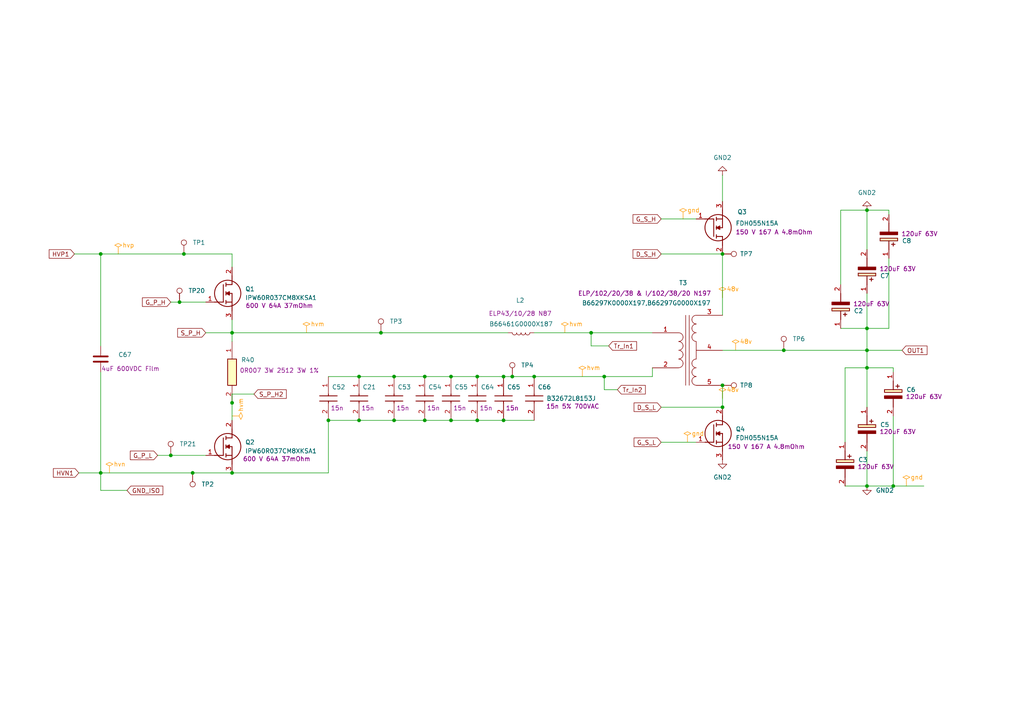
<source format=kicad_sch>
(kicad_sch (version 20250114) (generator "eeschema") (generator_version "9.0")
  (paper "A4")
  (lib_symbols
    (symbol "B32672L8153J:B32672L8153J" (pin_names (hide yes))
      (property "Reference" "C" (at 8.89 6.35 0))
      (property "Value" "B32672L8153J" (at 8.89 3.81 0))
      (symbol "B32672L8153J_1_1"
        (polyline (pts (xy 5.08 0) (xy 5.588 0)) (stroke (width 0.254)))
        (polyline (pts (xy 5.588 2.54) (xy 5.588 -2.54)) (stroke (width 0.254)))
        (polyline (pts (xy 7.112 2.54) (xy 7.112 -2.54)) (stroke (width 0.254)))
        (polyline (pts (xy 7.112 0) (xy 7.62 0)) (stroke (width 0.254)))
        (pin passive line (at 0 0 0) (length 5.08) (name "1") (number "1"))
        (pin passive line (at 12.7 0 180) (length 5.08) (name "2") (number "2"))
      )
    )
    (symbol "B40910A8127M000:B40910A8127M000" (pin_names (hide yes))
      (property "Reference" "C" (at 8.89 6.35 0))
      (property "Value" "B40910A8127M000" (at 8.89 3.81 0))
      (symbol "B40910A8127M000_1_1"
        (polyline (pts (xy 2.54 0) (xy 5.08 0)) (stroke (width 0.254)))
        (polyline (pts (xy 4.064 1.778) (xy 4.064 0.762)) (stroke (width 0.254)))
        (polyline (pts (xy 4.572 1.27) (xy 3.556 1.27)) (stroke (width 0.254)))
        (rectangle (start 5.08 2.54) (end 5.842 -2.54) (stroke (width 0.254)) (fill (type background)))
        (polyline (pts (xy 7.62 2.54) (xy 7.62 -2.54) (xy 6.858 -2.54) (xy 6.858 2.54) (xy 7.62 2.54)) (stroke (width 0.254)) (fill (type outline)))
        (polyline (pts (xy 7.62 0) (xy 10.16 0)) (stroke (width 0.254)))
        (pin passive line (at 0 0 0) (length 2.54) (name "+") (number "1"))
        (pin passive line (at 12.7 0 180) (length 2.54) (name "-") (number "2"))
      )
    )
    (symbol "Connector:TestPoint" (pin_numbers (hide yes)) (pin_names (offset 0.762) (hide yes))
      (property "Reference" "TP" (at 0 6.858 0))
      (property "Value" "TestPoint" (at 0 5.08 0))
      (symbol "TestPoint_0_1"
        (circle (center 0 3.302) (radius 0.762))
      )
      (symbol "TestPoint_1_1"
        (pin passive line (at 0 0 90) (length 2.54) (name "1") (number "1"))
      )
    )
    (symbol "Device:C" (pin_numbers (hide yes)) (pin_names (offset 0.254))
      (property "Reference" "C" (at 0.635 2.54 0))
      (property "Value" "C" (at 0.635 -2.54 0))
      (symbol "C_0_1"
        (polyline (pts (xy -2.032 0.762) (xy 2.032 0.762)) (stroke (width 0.508)))
        (polyline (pts (xy -2.032 -0.762) (xy 2.032 -0.762)) (stroke (width 0.508)))
      )
      (symbol "C_1_1"
        (pin passive line (at 0 3.81 270) (length 2.794) (name "~") (number "1"))
        (pin passive line (at 0 -3.81 90) (length 2.794) (name "~") (number "2"))
      )
    )
    (symbol "Device:L" (pin_numbers (hide yes)) (pin_names (offset 1.016) (hide yes))
      (property "Reference" "L" (at -1.27 0 90))
      (property "Value" "L" (at 1.905 0 90))
      (symbol "L_0_1"
        (arc (start 0 2.54) (mid 0.6323 1.905) (end 0 1.27))
        (arc (start 0 1.27) (mid 0.6323 0.635) (end 0 0))
        (arc (start 0 0) (mid 0.6323 -0.635) (end 0 -1.27))
        (arc (start 0 -1.27) (mid 0.6323 -1.905) (end 0 -2.54))
      )
      (symbol "L_1_1"
        (pin passive line (at 0 3.81 270) (length 1.27) (name "1") (number "1"))
        (pin passive line (at 0 -3.81 90) (length 1.27) (name "2") (number "2"))
      )
    )
    (symbol "FDH055N15A:FDH055N15A" (pin_names (hide yes))
      (property "Reference" "Q" (at 11.43 3.81 0))
      (property "Value" "FDH055N15A" (at 11.43 1.27 0))
      (symbol "FDH055N15A_1_1"
        (polyline (pts (xy 2.54 0) (xy 5.08 0)) (stroke (width 0.254)))
        (polyline (pts (xy 5.08 5.08) (xy 5.08 0)) (stroke (width 0.254)))
        (polyline (pts (xy 5.842 5.588) (xy 5.842 4.572)) (stroke (width 0.254)))
        (polyline (pts (xy 5.842 2.54) (xy 6.858 3.048) (xy 6.858 2.032) (xy 5.842 2.54)) (stroke (width 0.254)) (fill (type outline)))
        (polyline (pts (xy 5.842 2.032) (xy 5.842 3.048)) (stroke (width 0.254)))
        (polyline (pts (xy 5.842 0) (xy 7.62 0)) (stroke (width 0.254)))
        (polyline (pts (xy 5.842 -0.508) (xy 5.842 0.508)) (stroke (width 0.254)))
        (circle (center 6.35 2.54) (radius 3.81) (stroke (width 0.254)))
        (polyline (pts (xy 7.62 5.08) (xy 5.842 5.08)) (stroke (width 0.254)))
        (polyline (pts (xy 7.62 5.08) (xy 7.62 7.62)) (stroke (width 0.254)))
        (polyline (pts (xy 7.62 2.54) (xy 5.842 2.54)) (stroke (width 0.254)))
        (polyline (pts (xy 7.62 2.54) (xy 7.62 -2.54)) (stroke (width 0.254)))
        (pin passive line (at 0 0 0) (length 2.54) (name "G") (number "1"))
        (pin passive line (at 7.62 10.16 270) (length 2.54) (name "D") (number "2"))
        (pin passive line (at 7.62 -5.08 90) (length 2.54) (name "S") (number "3"))
      )
    )
    (symbol "IPW60R037CM8XKSA1:IPW60R037CM8XKSA1" (pin_names (hide yes))
      (property "Reference" "Q" (at 11.43 3.81 0))
      (property "Value" "IPW60R037CM8XKSA1" (at 11.43 1.27 0))
      (symbol "IPW60R037CM8XKSA1_1_1"
        (polyline (pts (xy 2.54 0) (xy 5.08 0)) (stroke (width 0.254)))
        (polyline (pts (xy 5.08 5.08) (xy 5.08 0)) (stroke (width 0.254)))
        (polyline (pts (xy 5.842 5.588) (xy 5.842 4.572)) (stroke (width 0.254)))
        (polyline (pts (xy 5.842 2.54) (xy 6.858 3.048) (xy 6.858 2.032) (xy 5.842 2.54)) (stroke (width 0.254)) (fill (type outline)))
        (polyline (pts (xy 5.842 2.032) (xy 5.842 3.048)) (stroke (width 0.254)))
        (polyline (pts (xy 5.842 0) (xy 7.62 0)) (stroke (width 0.254)))
        (polyline (pts (xy 5.842 -0.508) (xy 5.842 0.508)) (stroke (width 0.254)))
        (circle (center 6.35 2.54) (radius 3.81) (stroke (width 0.254)))
        (polyline (pts (xy 7.62 5.08) (xy 5.842 5.08)) (stroke (width 0.254)))
        (polyline (pts (xy 7.62 5.08) (xy 7.62 7.62)) (stroke (width 0.254)))
        (polyline (pts (xy 7.62 2.54) (xy 5.842 2.54)) (stroke (width 0.254)))
        (polyline (pts (xy 7.62 2.54) (xy 7.62 -2.54)) (stroke (width 0.254)))
        (pin passive line (at 0 0 0) (length 2.54) (name "G") (number "1"))
        (pin passive line (at 7.62 10.16 270) (length 2.54) (name "D") (number "2"))
        (pin passive line (at 7.62 -5.08 90) (length 2.54) (name "S") (number "3"))
      )
    )
    (symbol "LRMAP2512-R007FT4:LRMAP2512-R007FT4" (pin_names (hide yes))
      (property "Reference" "R" (at 13.97 6.35 0))
      (property "Value" "LRMAP2512-R007FT4" (at 13.97 3.81 0))
      (symbol "LRMAP2512-R007FT4_1_1"
        (rectangle (start 5.08 1.27) (end 12.7 -1.27) (stroke (width 0.254)) (fill (type background)))
        (pin passive line (at 0 0 0) (length 5.08) (name "1") (number "1"))
        (pin passive line (at 17.78 0 180) (length 5.08) (name "2") (number "2"))
      )
    )
    (symbol "New_Library:Transformer_LLC" (pin_names (offset 1.016) (hide yes))
      (property "Reference" "T" (at 0 12.7 0))
      (property "Value" "Transformer_LLC" (at 0 -12.7 0))
      (symbol "Transformer_LLC_0_1"
        (arc (start -1.27 3.81) (mid -1.656 2.9336) (end -2.54 2.5654))
        (arc (start -1.27 1.27) (mid -1.656 0.3936) (end -2.54 0.0254))
        (arc (start -1.27 -1.27) (mid -1.656 -2.1464) (end -2.54 -2.5146))
        (arc (start -1.27 -3.81) (mid -1.656 -4.6864) (end -2.54 -5.0546))
        (arc (start -2.54 5.08) (mid -1.642 4.708) (end -1.27 3.81))
        (arc (start -2.54 2.54) (mid -1.642 2.168) (end -1.27 1.27))
        (arc (start -2.54 0) (mid -1.642 -0.372) (end -1.27 -1.27))
        (arc (start -2.54 -2.54) (mid -1.642 -2.912) (end -1.27 -3.81))
        (polyline (pts (xy -0.508 -10.16) (xy -0.508 10.16)))
        (polyline (pts (xy 0.508 10.16) (xy 0.508 -10.16)))
        (arc (start 1.2954 8.89) (mid 1.6457 9.7917) (end 2.54 10.16))
        (arc (start 1.2954 6.35) (mid 1.6457 7.2517) (end 2.54 7.62))
        (arc (start 1.2954 3.81) (mid 1.6457 4.7117) (end 2.54 5.08))
        (arc (start 1.2954 -3.81) (mid 1.6457 -2.9083) (end 2.54 -2.54))
        (arc (start 1.2954 -6.35) (mid 1.6457 -5.4483) (end 2.54 -5.08))
        (arc (start 1.2954 -8.89) (mid 1.6457 -7.9883) (end 2.54 -7.62))
        (arc (start 2.54 7.6454) (mid 1.6599 8.0099) (end 1.2954 8.89))
        (arc (start 2.54 5.1054) (mid 1.6599 5.4699) (end 1.2954 6.35))
        (arc (start 2.54 2.5654) (mid 1.6599 2.9299) (end 1.2954 3.81))
        (polyline (pts (xy 2.54 2.54) (xy 2.54 -2.54)))
        (arc (start 2.54 -5.0546) (mid 1.6599 -4.6901) (end 1.2954 -3.81))
        (arc (start 2.54 -7.5946) (mid 1.6599 -7.2301) (end 1.2954 -6.35))
        (arc (start 2.54 -10.1346) (mid 1.6599 -9.7701) (end 1.2954 -8.89))
      )
      (symbol "Transformer_LLC_1_1"
        (pin passive line (at -10.16 5.08 0) (length 7.62) (name "AA") (number "1"))
        (pin passive line (at -10.16 -5.08 0) (length 7.62) (name "AB") (number "2"))
        (pin passive line (at 10.16 10.16 180) (length 7.62) (name "SA") (number "3"))
        (pin passive line (at 10.16 0 180) (length 7.62) (name "SC") (number "4"))
        (pin passive line (at 10.16 -10.16 180) (length 7.62) (name "SD") (number "5"))
      )
    )
    (symbol "power:GND2" (power) (pin_numbers (hide yes)) (pin_names (offset 0) (hide yes))
      (property "Value" "GND2" (at 0 -3.81 0))
      (symbol "GND2_0_1"
        (polyline (pts (xy 0 0) (xy 0 -1.27) (xy 1.27 -1.27) (xy 0 -2.54) (xy -1.27 -1.27) (xy 0 -1.27)))
      )
      (symbol "GND2_1_1"
        (pin power_in line (at 0 0 270) (length 0) (name "~") (number "1"))
      )
    )
  )
  (junction (at 209.55 73.66))
  (junction (at 171.45 96.52))
  (junction (at 251.46 106.68))
  (junction (at 227.33 101.6))
  (junction (at 52.07 87.63))
  (junction (at 29.21 137.16))
  (junction (at 259.08 140.97))
  (junction (at 146.05 121.92))
  (junction (at 110.49 96.52))
  (junction (at 209.55 118.11))
  (junction (at 251.46 140.97))
  (junction (at 148.59 109.22))
  (junction (at 138.43 121.92))
  (junction (at 175.26 109.22))
  (junction (at 29.21 73.66))
  (junction (at 138.43 109.22))
  (junction (at 49.53 132.08))
  (junction (at 154.94 109.22))
  (junction (at 123.19 121.92))
  (junction (at 130.81 121.92))
  (junction (at 114.3 121.92))
  (junction (at 251.46 101.6))
  (junction (at 146.05 109.22))
  (junction (at 53.34 73.66))
  (junction (at 104.14 109.22))
  (junction (at 251.46 95.25))
  (junction (at 95.25 121.92))
  (junction (at 130.81 109.22))
  (junction (at 251.46 60.96))
  (junction (at 104.14 121.92))
  (junction (at 55.88 137.16))
  (junction (at 67.31 116.84))
  (junction (at 67.31 96.52))
  (junction (at 114.3 109.22))
  (junction (at 67.31 137.16))
  (junction (at 209.55 111.76))
  (junction (at 123.19 109.22))
  (wire (pts (xy 191.77 63.5) (xy 201.93 63.5)))
  (wire (pts (xy 29.21 73.66) (xy 29.21 100.33)))
  (wire (pts (xy 209.55 50.8) (xy 209.55 58.42)))
  (wire (pts (xy 251.46 140.97) (xy 245.11 140.97)))
  (wire (pts (xy 67.31 116.84) (xy 67.31 121.92)))
  (wire (pts (xy 179.07 113.03) (xy 175.26 113.03)))
  (wire (pts (xy 191.77 73.66) (xy 209.55 73.66)))
  (wire (pts (xy 130.81 109.22) (xy 138.43 109.22)))
  (wire (pts (xy 191.77 128.27) (xy 201.93 128.27)))
  (wire (pts (xy 67.31 73.66) (xy 53.34 73.66)))
  (wire (pts (xy 67.31 96.52) (xy 110.49 96.52)))
  (wire (pts (xy 104.14 121.92) (xy 114.3 121.92)))
  (wire (pts (xy 148.59 109.22) (xy 154.94 109.22)))
  (wire (pts (xy 245.11 106.68) (xy 245.11 128.27)))
  (wire (pts (xy 95.25 137.16) (xy 67.31 137.16)))
  (wire (pts (xy 114.3 109.22) (xy 123.19 109.22)))
  (wire (pts (xy 171.45 96.52) (xy 189.23 96.52)))
  (wire (pts (xy 59.69 96.52) (xy 67.31 96.52)))
  (wire (pts (xy 257.81 95.25) (xy 251.46 95.25)))
  (wire (pts (xy 104.14 109.22) (xy 114.3 109.22)))
  (wire (pts (xy 52.07 87.63) (xy 59.69 87.63)))
  (wire (pts (xy 251.46 101.6) (xy 261.62 101.6)))
  (wire (pts (xy 251.46 85.09) (xy 251.46 95.25)))
  (wire (pts (xy 45.72 132.08) (xy 49.53 132.08)))
  (wire (pts (xy 259.08 140.97) (xy 267.97 140.97)))
  (wire (pts (xy 154.94 96.52) (xy 171.45 96.52)))
  (wire (pts (xy 259.08 106.68) (xy 259.08 107.95)))
  (wire (pts (xy 123.19 121.92) (xy 130.81 121.92)))
  (wire (pts (xy 114.3 121.92) (xy 123.19 121.92)))
  (wire (pts (xy 175.26 109.22) (xy 189.23 109.22)))
  (wire (pts (xy 257.81 74.93) (xy 257.81 95.25)))
  (wire (pts (xy 95.25 109.22) (xy 104.14 109.22)))
  (wire (pts (xy 29.21 107.95) (xy 29.21 137.16)))
  (wire (pts (xy 251.46 130.81) (xy 251.46 140.97)))
  (wire (pts (xy 29.21 142.24) (xy 36.83 142.24)))
  (wire (pts (xy 227.33 101.6) (xy 251.46 101.6)))
  (wire (pts (xy 154.94 109.22) (xy 175.26 109.22)))
  (wire (pts (xy 251.46 101.6) (xy 251.46 106.68)))
  (wire (pts (xy 176.53 100.33) (xy 171.45 100.33)))
  (wire (pts (xy 251.46 95.25) (xy 251.46 101.6)))
  (wire (pts (xy 67.31 73.66) (xy 67.31 77.47)))
  (wire (pts (xy 67.31 92.71) (xy 67.31 96.52)))
  (wire (pts (xy 29.21 137.16) (xy 55.88 137.16)))
  (wire (pts (xy 259.08 140.97) (xy 251.46 140.97)))
  (wire (pts (xy 22.86 137.16) (xy 29.21 137.16)))
  (wire (pts (xy 189.23 109.22) (xy 189.23 106.68)))
  (wire (pts (xy 138.43 121.92) (xy 146.05 121.92)))
  (wire (pts (xy 49.53 87.63) (xy 52.07 87.63)))
  (wire (pts (xy 191.77 118.11) (xy 209.55 118.11)))
  (wire (pts (xy 29.21 73.66) (xy 53.34 73.66)))
  (wire (pts (xy 146.05 121.92) (xy 154.94 121.92)))
  (wire (pts (xy 257.81 60.96) (xy 251.46 60.96)))
  (wire (pts (xy 67.31 114.3) (xy 67.31 116.84)))
  (wire (pts (xy 251.46 60.96) (xy 243.84 60.96)))
  (wire (pts (xy 243.84 60.96) (xy 243.84 82.55)))
  (wire (pts (xy 251.46 106.68) (xy 251.46 118.11)))
  (wire (pts (xy 251.46 95.25) (xy 243.84 95.25)))
  (wire (pts (xy 49.53 132.08) (xy 59.69 132.08)))
  (wire (pts (xy 29.21 137.16) (xy 29.21 142.24)))
  (wire (pts (xy 257.81 60.96) (xy 257.81 62.23)))
  (wire (pts (xy 21.59 73.66) (xy 29.21 73.66)))
  (wire (pts (xy 95.25 121.92) (xy 95.25 137.16)))
  (wire (pts (xy 110.49 96.52) (xy 147.32 96.52)))
  (wire (pts (xy 209.55 73.66) (xy 209.55 91.44)))
  (wire (pts (xy 259.08 120.65) (xy 259.08 140.97)))
  (wire (pts (xy 251.46 106.68) (xy 245.11 106.68)))
  (wire (pts (xy 55.88 137.16) (xy 67.31 137.16)))
  (wire (pts (xy 251.46 60.96) (xy 251.46 72.39)))
  (wire (pts (xy 209.55 101.6) (xy 227.33 101.6)))
  (wire (pts (xy 95.25 121.92) (xy 104.14 121.92)))
  (wire (pts (xy 146.05 109.22) (xy 148.59 109.22)))
  (wire (pts (xy 209.55 111.76) (xy 209.55 118.11)))
  (wire (pts (xy 171.45 100.33) (xy 171.45 96.52)))
  (wire (pts (xy 175.26 113.03) (xy 175.26 109.22)))
  (wire (pts (xy 73.66 114.3) (xy 67.31 114.3)))
  (wire (pts (xy 123.19 109.22) (xy 130.81 109.22)))
  (wire (pts (xy 259.08 106.68) (xy 251.46 106.68)))
  (wire (pts (xy 67.31 96.52) (xy 67.31 99.06)))
  (wire (pts (xy 130.81 121.92) (xy 138.43 121.92)))
  (wire (pts (xy 138.43 109.22) (xy 146.05 109.22)))
  (global_label "Tr_In2" (shape input) (at 179.07 113.03 0) (property "Intersheetrefs" "${INTERSHEET_REFS}" (effects (hide yes))))
  (global_label "D_S_L" (shape input) (at 191.77 118.11 180) (property "Intersheetrefs" "${INTERSHEET_REFS}" (effects (hide yes))))
  (global_label "G_S_H" (shape input) (at 191.77 63.5 180) (property "Intersheetrefs" "${INTERSHEET_REFS}" (effects (hide yes))))
  (global_label "G_P_H" (shape input) (at 49.53 87.63 180) (property "Intersheetrefs" "${INTERSHEET_REFS}" (effects (hide yes))))
  (global_label "G_P_L" (shape input) (at 45.72 132.08 180) (property "Intersheetrefs" "${INTERSHEET_REFS}" (effects (hide yes))))
  (global_label "S_P_H2" (shape input) (at 73.66 114.3 0) (property "Intersheetrefs" "${INTERSHEET_REFS}" (effects (hide yes))))
  (global_label "HVN1" (shape input) (at 22.86 137.16 180) (property "Intersheetrefs" "${INTERSHEET_REFS}" (effects (hide yes))))
  (global_label "D_S_H" (shape input) (at 191.77 73.66 180) (property "Intersheetrefs" "${INTERSHEET_REFS}" (effects (hide yes))))
  (global_label "G_S_L" (shape input) (at 191.77 128.27 180) (property "Intersheetrefs" "${INTERSHEET_REFS}" (effects (hide yes))))
  (global_label "GND_ISO" (shape input) (at 36.83 142.24 0) (property "Intersheetrefs" "${INTERSHEET_REFS}" (effects (hide yes))))
  (global_label "OUT1" (shape input) (at 261.62 101.6 0) (property "Intersheetrefs" "${INTERSHEET_REFS}" (effects (hide yes))))
  (global_label "Tr_In1" (shape input) (at 176.53 100.33 0) (property "Intersheetrefs" "${INTERSHEET_REFS}" (effects (hide yes))))
  (global_label "HVP1" (shape input) (at 21.59 73.66 180) (property "Intersheetrefs" "${INTERSHEET_REFS}" (effects (hide yes))))
  (global_label "S_P_H" (shape input) (at 59.69 96.52 180) (property "Intersheetrefs" "${INTERSHEET_REFS}" (effects (hide yes))))
  (netclass_flag "" (length 2.54) (shape diamond) (at 67.31 120.65 270) (property "Netclass" "hvm" (at 69.85 119.4435 90) (effects (justify left))))
  (netclass_flag "" (length 2.54) (shape diamond) (at 34.29 73.66 0) (property "Netclass" "hvp" (at 35.4965 71.12 0) (effects (justify left))))
  (netclass_flag "" (length 2.54) (shape diamond) (at 209.55 86.36 0) (property "Netclass" "48v" (at 210.7565 83.82 0) (effects (justify left))))
  (netclass_flag "" (length 2.54) (shape diamond) (at 199.39 128.27 0) (property "Netclass" "gnd" (at 200.5965 125.73 0) (effects (justify left))))
  (netclass_flag "" (length 2.54) (shape diamond) (at 198.12 63.5 0) (property "Netclass" "gnd" (at 199.3265 60.96 0) (effects (justify left))))
  (netclass_flag "" (length 2.54) (shape diamond) (at 31.75 137.16 0) (property "Netclass" "hvn" (at 32.9565 134.62 0) (effects (justify left))))
  (netclass_flag "" (length 2.54) (shape diamond) (at 262.89 140.97 0) (property "Netclass" "gnd" (at 264.0965 138.43 0) (effects (justify left))))
  (netclass_flag "" (length 2.54) (shape diamond) (at 213.36 101.6 0) (property "Netclass" "48v" (at 214.5665 99.06 0) (effects (justify left))))
  (netclass_flag "" (length 2.54) (shape diamond) (at 163.83 96.52 0) (property "Netclass" "hvm" (at 165.0365 93.98 0) (effects (justify left))))
  (netclass_flag "" (length 2.54) (shape diamond) (at 88.9 96.52 0) (property "Netclass" "hvm" (at 90.1065 93.98 0) (effects (justify left))))
  (netclass_flag "" (length 2.54) (shape diamond) (at 209.55 115.57 0) (property "Netclass" "48v" (at 210.7565 113.03 0) (effects (justify left))))
  (netclass_flag "" (length 2.54) (shape diamond) (at 168.91 109.22 0) (property "Netclass" "hvm" (at 170.1165 106.68 0) (effects (justify left))))
  (symbol (lib_id "B40910A8127M000:B40910A8127M000") (at 243.84 95.25 270) (mirror x) (unit 1)
    (property "Reference" "C2" (at 247.65 90.1701 90) (effects (justify left)))
    (property "Value" "B40910A8127M000" (effects (hide yes)))
    (property "Footprint" "B40910A8127M000:B40910A8127M000" (effects (hide yes)))
    (property "Datasheet" "https://product.tdk.com/system/files/dam/doc/product/capacitor/aluminum-electrolytic/hybrid-polymer/data_sheet/20/30/db/aec/b40910.pdf" (effects (hide yes)))
    (property "Description" "120uF 63V" (at 252.73 88.138 90))
    (property "Height" "12.8" (effects (hide yes)))
    (property "Mouser Part Number" "871-B40910A8127M000" (effects (hide yes)))
    (property "Manufacturer_Name" "TDK" (effects (hide yes)))
    (property "Manufacturer_Part_Number" "B40910A8127M000" (effects (hide yes)))
    (property "FirstOrderDone" "yes" (effects (hide yes)))
  )
  (symbol (lib_id "B32672L8153J:B32672L8153J") (at 123.19 109.22 270) (unit 1)
    (property "Reference" "C54" (at 124.206 112.268 90) (effects (justify left)))
    (property "Value" "B32672L8153J" (effects (hide yes)))
    (property "Footprint" "B32672L8153J000:CAPRR1500W80L1800T850H1450" (effects (hide yes)))
    (property "Datasheet" "https://product.tdk.com/system/files/dam/doc/product/capacitor/film/mkp_mfp/data_sheet/20/20/db/fc_2009/mkp_b32671l_672l.pdf" (effects (hide yes)))
    (property "Description" "15n 5% 700VAC" (effects (hide yes)))
    (property "Height" "14.5" (effects (hide yes)))
    (property "Mouser Part Number" "871-B32672L8153J" (effects (hide yes)))
    (property "Mouser Price/Stock" "https://www.mouser.co.uk/ProductDetail/EPCOS-TDK/B32672L8153J?qs=CsdphVCLJRjPN7YH24ATpg%3D%3D" (effects (hide yes)))
    (property "Manufacturer_Name" "TDK" (effects (hide yes)))
    (property "Manufacturer_Part_Number" "B32672L8153J" (effects (hide yes)))
    (property "FirstOrderDone" "yes" (effects (hide yes)))
    (property "Field11" "15n" (at 125.73 118.364 90))
  )
  (symbol (lib_id "power:GND2") (at 209.55 133.35 0) (unit 1)
    (property "Reference" "#PWR010" (effects (hide yes)))
    (property "Value" "GND2" (at 209.55 138.43 0))
    (property "Description" "Power symbol creates a global label with name \"GND2\" , ground" (effects (hide yes)))
  )
  (symbol (lib_id "B40910A8127M000:B40910A8127M000") (at 259.08 107.95 270) (unit 1)
    (property "Reference" "C6" (at 262.89 113.0299 90) (effects (justify left)))
    (property "Value" "B40910A8127M000" (effects (hide yes)))
    (property "Footprint" "B40910A8127M000:B40910A8127M000" (effects (hide yes)))
    (property "Datasheet" "https://product.tdk.com/system/files/dam/doc/product/capacitor/aluminum-electrolytic/hybrid-polymer/data_sheet/20/30/db/aec/b40910.pdf" (effects (hide yes)))
    (property "Description" "120uF 63V" (at 267.97 115.062 90))
    (property "Height" "12.8" (effects (hide yes)))
    (property "Mouser Part Number" "871-B40910A8127M000" (effects (hide yes)))
    (property "Manufacturer_Name" "TDK" (effects (hide yes)))
    (property "Manufacturer_Part_Number" "B40910A8127M000" (effects (hide yes)))
    (property "FirstOrderDone" "yes" (effects (hide yes)))
  )
  (symbol (lib_id "Connector:TestPoint") (at 209.55 111.76 270) (unit 1)
    (property "Reference" "TP8" (at 214.63 111.7599 90) (effects (justify left)))
    (property "Value" "TestPoint" (effects (hide yes)))
    (property "Footprint" "TestPoint:TestPoint_Pad_D1.0mm" (effects (hide yes)))
    (property "Description" "test point" (effects (hide yes)))
  )
  (symbol (lib_id "Connector:TestPoint") (at 227.33 101.6 0) (unit 1)
    (property "Reference" "TP6" (at 229.87 98.2979 0) (effects (justify left)))
    (property "Value" "TestPoint" (effects (hide yes)))
    (property "Footprint" "TestPoint:TestPoint_Pad_D1.0mm" (effects (hide yes)))
    (property "Description" "test point" (effects (hide yes)))
  )
  (symbol (lib_id "Connector:TestPoint") (at 49.53 132.08 0) (unit 1)
    (property "Reference" "TP21" (at 52.07 128.7779 0) (effects (justify left)))
    (property "Value" "TestPoint" (effects (hide yes)))
    (property "Footprint" "TestPoint:TestPoint_Pad_D1.0mm" (effects (hide yes)))
    (property "Description" "test point" (effects (hide yes)))
  )
  (symbol (lib_id "Connector:TestPoint") (at 148.59 109.22 0) (unit 1)
    (property "Reference" "TP4" (at 151.13 105.9179 0) (effects (justify left)))
    (property "Value" "TestPoint" (effects (hide yes)))
    (property "Footprint" "TestPoint:TestPoint_Pad_D1.0mm" (effects (hide yes)))
    (property "Description" "test point" (effects (hide yes)))
  )
  (symbol (lib_id "B32672L8153J:B32672L8153J") (at 154.94 109.22 270) (unit 1)
    (property "Reference" "C66" (at 155.956 112.268 90) (effects (justify left)))
    (property "Value" "B32672L8153J" (at 158.496 115.57 90) (effects (justify left)))
    (property "Footprint" "B32672L8153J000:CAPRR1500W80L1800T850H1450" (effects (hide yes)))
    (property "Datasheet" "https://product.tdk.com/system/files/dam/doc/product/capacitor/film/mkp_mfp/data_sheet/20/20/db/fc_2009/mkp_b32671l_672l.pdf" (effects (hide yes)))
    (property "Description" "15n 5% 700VAC" (at 166.116 117.856 90))
    (property "Height" "14.5" (effects (hide yes)))
    (property "Mouser Part Number" "871-B32672L8153J" (effects (hide yes)))
    (property "Mouser Price/Stock" "https://www.mouser.co.uk/ProductDetail/EPCOS-TDK/B32672L8153J?qs=CsdphVCLJRjPN7YH24ATpg%3D%3D" (effects (hide yes)))
    (property "Manufacturer_Name" "TDK" (effects (hide yes)))
    (property "Manufacturer_Part_Number" "B32672L8153J" (effects (hide yes)))
    (property "FirstOrderDone" "yes" (effects (hide yes)))
    (property "Field11" "15n" (effects (hide yes)))
  )
  (symbol (lib_id "LRMAP2512-R007FT4:LRMAP2512-R007FT4") (at 67.31 99.06 270) (unit 1)
    (property "Reference" "R40" (at 71.882 104.394 90))
    (property "Value" "LRMAP2512-R007FT4" (effects (hide yes)))
    (property "Footprint" "LRMAP2512-R007FT4:RESC6432X90N" (effects (hide yes)))
    (property "Datasheet" "https://ms.componentsearchengine.com/Datasheets/1/LRMAP2512-R007FT4.pdf" (effects (hide yes)))
    (property "Description" "0R007 3W 2512 3W 1%" (at 81.026 107.442 90))
    (property "Height" "0.9" (effects (hide yes)))
    (property "Mouser Part Number" "756-LRMAP2512R007FT4" (effects (hide yes)))
    (property "Mouser Price/Stock" "https://www.mouser.co.uk/ProductDetail/Welwyn-Components-TT-Electronics/LRMAP2512-R007FT4?qs=GbEj%2Fc2lfndAsEUYgCINUQ%3D%3D" (effects (hide yes)))
    (property "Manufacturer_Name" "TT Electronics" (effects (hide yes)))
    (property "Manufacturer_Part_Number" "LRMAP2512-R007FT4" (effects (hide yes)))
  )
  (symbol (lib_id "B32672L8153J:B32672L8153J") (at 130.81 109.22 270) (unit 1)
    (property "Reference" "C55" (at 131.826 112.268 90) (effects (justify left)))
    (property "Value" "B32672L8153J" (effects (hide yes)))
    (property "Footprint" "B32672L8153J000:CAPRR1500W80L1800T850H1450" (effects (hide yes)))
    (property "Datasheet" "https://product.tdk.com/system/files/dam/doc/product/capacitor/film/mkp_mfp/data_sheet/20/20/db/fc_2009/mkp_b32671l_672l.pdf" (effects (hide yes)))
    (property "Description" "15n 5% 700VAC" (effects (hide yes)))
    (property "Height" "14.5" (effects (hide yes)))
    (property "Mouser Part Number" "871-B32672L8153J" (effects (hide yes)))
    (property "Mouser Price/Stock" "https://www.mouser.co.uk/ProductDetail/EPCOS-TDK/B32672L8153J?qs=CsdphVCLJRjPN7YH24ATpg%3D%3D" (effects (hide yes)))
    (property "Manufacturer_Name" "TDK" (effects (hide yes)))
    (property "Manufacturer_Part_Number" "B32672L8153J" (effects (hide yes)))
    (property "FirstOrderDone" "yes" (effects (hide yes)))
    (property "Field11" "15n" (at 133.35 118.364 90))
  )
  (symbol (lib_id "B32672L8153J:B32672L8153J") (at 114.3 109.22 270) (unit 1)
    (property "Reference" "C53" (at 115.316 112.268 90) (effects (justify left)))
    (property "Value" "B32672L8153J" (effects (hide yes)))
    (property "Footprint" "B32672L8153J000:CAPRR1500W80L1800T850H1450" (effects (hide yes)))
    (property "Datasheet" "https://product.tdk.com/system/files/dam/doc/product/capacitor/film/mkp_mfp/data_sheet/20/20/db/fc_2009/mkp_b32671l_672l.pdf" (effects (hide yes)))
    (property "Description" "15n 5% 700VAC" (effects (hide yes)))
    (property "Height" "14.5" (effects (hide yes)))
    (property "Mouser Part Number" "871-B32672L8153J" (effects (hide yes)))
    (property "Mouser Price/Stock" "https://www.mouser.co.uk/ProductDetail/EPCOS-TDK/B32672L8153J?qs=CsdphVCLJRjPN7YH24ATpg%3D%3D" (effects (hide yes)))
    (property "Manufacturer_Name" "TDK" (effects (hide yes)))
    (property "Manufacturer_Part_Number" "B32672L8153J" (effects (hide yes)))
    (property "FirstOrderDone" "yes" (effects (hide yes)))
    (property "Field11" "15n" (at 116.84 118.364 90))
  )
  (symbol (lib_id "B32672L8153J:B32672L8153J") (at 146.05 109.22 270) (unit 1)
    (property "Reference" "C65" (at 147.066 112.268 90) (effects (justify left)))
    (property "Value" "B32672L8153J" (effects (hide yes)))
    (property "Footprint" "B32672L8153J000:CAPRR1500W80L1800T850H1450" (effects (hide yes)))
    (property "Datasheet" "https://product.tdk.com/system/files/dam/doc/product/capacitor/film/mkp_mfp/data_sheet/20/20/db/fc_2009/mkp_b32671l_672l.pdf" (effects (hide yes)))
    (property "Description" "15n 5% 700VAC" (effects (hide yes)))
    (property "Height" "14.5" (effects (hide yes)))
    (property "Mouser Part Number" "871-B32672L8153J" (effects (hide yes)))
    (property "Mouser Price/Stock" "https://www.mouser.co.uk/ProductDetail/EPCOS-TDK/B32672L8153J?qs=CsdphVCLJRjPN7YH24ATpg%3D%3D" (effects (hide yes)))
    (property "Manufacturer_Name" "TDK" (effects (hide yes)))
    (property "Manufacturer_Part_Number" "B32672L8153J" (effects (hide yes)))
    (property "FirstOrderDone" "yes" (effects (hide yes)))
    (property "Field11" "15n" (at 148.59 118.364 90))
  )
  (symbol (lib_id "New_Library:Transformer_LLC") (at 199.39 101.6 0) (unit 1)
    (property "Reference" "T3" (at 198.12 82.042 0))
    (property "Value" "B66297K0000X197,B66297G0000X197" (at 187.452 87.884 0))
    (property "Footprint" "New_Linrary:ELP_102_20_38_V6" (effects (hide yes)))
    (property "Datasheet" "https://www.tdk-electronics.tdk.com/inf/80/db/fer/elp_64_10_50.pdf" (effects (hide yes)))
    (property "Description" "ELP/102/20/38 & I/102/38/20 N197" (at 186.944 85.09 0))
    (property "Mouser Part Number" "871-B66297KX197,871-B66297GX197" (effects (hide yes)))
    (property "Manufacturer_Name  " "EPCOS / TDK" (effects (hide yes)))
    (property "Manufacturer_Part_Number " "B66297K0000X197,B66297G0000X197" (effects (hide yes)))
    (property "FirstOrderDone" "yes" (effects (hide yes)))
  )
  (symbol (lib_id "power:GND2") (at 251.46 60.96 180) (unit 1)
    (property "Reference" "#PWR049" (effects (hide yes)))
    (property "Value" "GND2" (at 251.46 55.88 0))
    (property "Description" "Power symbol creates a global label with name \"GND2\" , ground" (effects (hide yes)))
  )
  (symbol (lib_id "B32672L8153J:B32672L8153J") (at 95.25 109.22 270) (unit 1)
    (property "Reference" "C52" (at 96.266 112.268 90) (effects (justify left)))
    (property "Value" "B32672L8153J" (effects (hide yes)))
    (property "Footprint" "B32672L8153J000:CAPRR1500W80L1800T850H1450" (effects (hide yes)))
    (property "Datasheet" "https://product.tdk.com/system/files/dam/doc/product/capacitor/film/mkp_mfp/data_sheet/20/20/db/fc_2009/mkp_b32671l_672l.pdf" (effects (hide yes)))
    (property "Description" "15n 5% 700VAC" (effects (hide yes)))
    (property "Height" "14.5" (effects (hide yes)))
    (property "Mouser Part Number" "871-B32672L8153J" (effects (hide yes)))
    (property "Mouser Price/Stock" "https://www.mouser.co.uk/ProductDetail/EPCOS-TDK/B32672L8153J?qs=CsdphVCLJRjPN7YH24ATpg%3D%3D" (effects (hide yes)))
    (property "Manufacturer_Name" "TDK" (effects (hide yes)))
    (property "Manufacturer_Part_Number" "B32672L8153J" (effects (hide yes)))
    (property "FirstOrderDone" "yes" (effects (hide yes)))
    (property "Field11" "15n" (at 97.79 118.364 90))
  )
  (symbol (lib_id "B32672L8153J:B32672L8153J") (at 104.14 109.22 270) (unit 1)
    (property "Reference" "C21" (at 105.156 112.268 90) (effects (justify left)))
    (property "Value" "B32672L8153J" (effects (hide yes)))
    (property "Footprint" "B32672L8153J000:CAPRR1500W80L1800T850H1450" (effects (hide yes)))
    (property "Datasheet" "https://product.tdk.com/system/files/dam/doc/product/capacitor/film/mkp_mfp/data_sheet/20/20/db/fc_2009/mkp_b32671l_672l.pdf" (effects (hide yes)))
    (property "Description" "15n 5% 700VAC" (effects (hide yes)))
    (property "Height" "14.5" (effects (hide yes)))
    (property "Mouser Part Number" "871-B32672L8153J" (effects (hide yes)))
    (property "Mouser Price/Stock" "https://www.mouser.co.uk/ProductDetail/EPCOS-TDK/B32672L8153J?qs=CsdphVCLJRjPN7YH24ATpg%3D%3D" (effects (hide yes)))
    (property "Manufacturer_Name" "TDK" (effects (hide yes)))
    (property "Manufacturer_Part_Number" "B32672L8153J" (effects (hide yes)))
    (property "FirstOrderDone" "yes" (effects (hide yes)))
    (property "Field11" "15n" (at 106.68 118.364 90))
  )
  (symbol (lib_id "B32672L8153J:B32672L8153J") (at 138.43 109.22 270) (unit 1)
    (property "Reference" "C64" (at 139.446 112.268 90) (effects (justify left)))
    (property "Value" "B32672L8153J" (effects (hide yes)))
    (property "Footprint" "B32672L8153J000:CAPRR1500W80L1800T850H1450" (effects (hide yes)))
    (property "Datasheet" "https://product.tdk.com/system/files/dam/doc/product/capacitor/film/mkp_mfp/data_sheet/20/20/db/fc_2009/mkp_b32671l_672l.pdf" (effects (hide yes)))
    (property "Description" "15n 5% 700VAC" (effects (hide yes)))
    (property "Height" "14.5" (effects (hide yes)))
    (property "Mouser Part Number" "871-B32672L8153J" (effects (hide yes)))
    (property "Mouser Price/Stock" "https://www.mouser.co.uk/ProductDetail/EPCOS-TDK/B32672L8153J?qs=CsdphVCLJRjPN7YH24ATpg%3D%3D" (effects (hide yes)))
    (property "Manufacturer_Name" "TDK" (effects (hide yes)))
    (property "Manufacturer_Part_Number" "B32672L8153J" (effects (hide yes)))
    (property "FirstOrderDone" "yes" (effects (hide yes)))
    (property "Field11" "15n" (at 140.97 118.364 90))
  )
  (symbol (lib_id "B40910A8127M000:B40910A8127M000") (at 257.81 74.93 270) (mirror x) (unit 1)
    (property "Reference" "C8" (at 261.62 69.8501 90) (effects (justify left)))
    (property "Value" "B40910A8127M000" (effects (hide yes)))
    (property "Footprint" "B40910A8127M000:B40910A8127M000" (effects (hide yes)))
    (property "Datasheet" "https://product.tdk.com/system/files/dam/doc/product/capacitor/aluminum-electrolytic/hybrid-polymer/data_sheet/20/30/db/aec/b40910.pdf" (effects (hide yes)))
    (property "Description" "120uF 63V" (at 266.7 67.818 90))
    (property "Height" "12.8" (effects (hide yes)))
    (property "Mouser Part Number" "871-B40910A8127M000" (effects (hide yes)))
    (property "Manufacturer_Name" "TDK" (effects (hide yes)))
    (property "Manufacturer_Part_Number" "B40910A8127M000" (effects (hide yes)))
    (property "FirstOrderDone" "yes" (effects (hide yes)))
  )
  (symbol (lib_id "FDH055N15A:FDH055N15A") (at 201.93 63.5 0) (mirror x) (unit 1)
    (property "Reference" "Q3" (at 213.868 61.468 0) (effects (justify left)))
    (property "Value" "FDH055N15A" (at 213.36 64.7701 0) (effects (justify left)))
    (property "Footprint" "New_Linrary:TO-247-3_Horizontal_TabDown_v2" (effects (hide yes)))
    (property "Datasheet" "https://www.onsemi.com/pub/Collateral/FDH055N15A-D.PDF" (effects (hide yes)))
    (property "Description" "150 V 167 A 4.8mOhm" (at 224.536 67.31 0))
    (property "Height" "4.82" (effects (hide yes)))
    (property "Mouser Part Number" "512-FDH055N15A" (effects (hide yes)))
    (property "Mouser Price/Stock" "https://www.mouser.co.uk/ProductDetail/onsemi-Fairchild/FDH055N15A?qs=r2Ui%2FjbkGg%2FwTUHq7txgCw%3D%3D" (effects (hide yes)))
    (property "Manufacturer_Name" "onsemi" (effects (hide yes)))
    (property "Manufacturer_Part_Number" "FDH055N15A" (effects (hide yes)))
    (property "FirstOrderDone" "yes" (effects (hide yes)))
  )
  (symbol (lib_id "Connector:TestPoint") (at 209.55 73.66 270) (unit 1)
    (property "Reference" "TP7" (at 214.63 73.6599 90) (effects (justify left)))
    (property "Value" "TestPoint" (effects (hide yes)))
    (property "Footprint" "TestPoint:TestPoint_Pad_D1.0mm" (effects (hide yes)))
    (property "Description" "test point" (effects (hide yes)))
  )
  (symbol (lib_id "Device:C") (at 29.21 104.14 0) (unit 1)
    (property "Reference" "C67" (at 34.29 102.8699 0) (effects (justify left)))
    (property "Value" "EFDKS60K405D032LH" (effects (hide yes)))
    (property "Footprint" "Capacitor_THT:C_Rect_L33.0mm_W13.0mm_P27.50mm_MKS4" (effects (hide yes)))
    (property "Datasheet" "https://www.eaton.com/content/dam/eaton/products/electronic-components/resources/data-sheet/eaton-efdks-film-capacitor-dc-link-data-sheet-elx1260-en.pdf" (effects (hide yes)))
    (property "Description" "4uF 600VDC Film" (at 37.846 106.934 0))
    (property "Manufacturer_Part_Number" "EFDKS60K405D032LH" (effects (hide yes)))
    (property "Manufacturer_Name " "Eaton Electronics" (effects (hide yes)))
    (property "Mouser Part Number" "504-EFDKS60K405D032L" (effects (hide yes)))
  )
  (symbol (lib_id "Connector:TestPoint") (at 52.07 87.63 0) (unit 1)
    (property "Reference" "TP20" (at 54.61 84.3279 0) (effects (justify left)))
    (property "Value" "TestPoint" (effects (hide yes)))
    (property "Footprint" "TestPoint:TestPoint_Pad_D1.0mm" (effects (hide yes)))
    (property "Description" "test point" (effects (hide yes)))
  )
  (symbol (lib_id "Connector:TestPoint") (at 53.34 73.66 0) (unit 1)
    (property "Reference" "TP1" (at 55.88 70.3579 0) (effects (justify left)))
    (property "Value" "TestPoint" (effects (hide yes)))
    (property "Footprint" "TestPoint:TestPoint_Pad_D1.0mm" (effects (hide yes)))
    (property "Description" "test point" (effects (hide yes)))
  )
  (symbol (lib_id "Connector:TestPoint") (at 55.88 137.16 180) (unit 1)
    (property "Reference" "TP2" (at 58.42 140.4619 0) (effects (justify right)))
    (property "Value" "TestPoint" (effects (hide yes)))
    (property "Footprint" "TestPoint:TestPoint_Pad_D1.0mm" (effects (hide yes)))
    (property "Description" "test point" (effects (hide yes)))
  )
  (symbol (lib_id "IPW60R037CM8XKSA1:IPW60R037CM8XKSA1") (at 59.69 87.63 0) (unit 1)
    (property "Reference" "Q1" (at 71.12 83.8199 0) (effects (justify left)))
    (property "Value" "IPW60R037CM8XKSA1" (at 71.12 86.3599 0) (effects (justify left)))
    (property "Footprint" "New_Linrary:TO-247-3_Horizontal_TabDown_v2" (effects (hide yes)))
    (property "Datasheet" "https://www.mouser.fr/datasheet/3/70/1/Infineon-IPW60R037CM8-DataSheet-v02_01-EN.pdf" (effects (hide yes)))
    (property "Description" "600 V 64A 37mOhm" (at 81.026 88.646 0))
    (property "Height" "5.21" (effects (hide yes)))
    (property "Mouser Part Number" "726-IPW60R037CM8XKSA" (effects (hide yes)))
    (property "Mouser Price/Stock" "https://www.mouser.co.uk/ProductDetail/Infineon-Technologies/IPW60R037CM8XKSA1?qs=2wMNvWM5ZX6iR5SSpR9OjA%3D%3D" (effects (hide yes)))
    (property "Manufacturer_Name" "Infineon" (effects (hide yes)))
    (property "Manufacturer_Part_Number" "IPW60R037CM8XKSA1" (effects (hide yes)))
    (property "FirstOrderDone" "yes" (effects (hide yes)))
  )
  (symbol (lib_id "FDH055N15A:FDH055N15A") (at 201.93 128.27 0) (unit 1)
    (property "Reference" "Q4" (at 213.36 124.4599 0) (effects (justify left)))
    (property "Value" "FDH055N15A" (at 213.36 126.9999 0) (effects (justify left)))
    (property "Footprint" "New_Linrary:TO-247-3_Horizontal_TabDown_v2" (effects (hide yes)))
    (property "Datasheet" "https://www.onsemi.com/pub/Collateral/FDH055N15A-D.PDF" (effects (hide yes)))
    (property "Description" "150 V 167 A 4.8mOhm" (at 222.25 129.54 0))
    (property "Height" "4.82" (effects (hide yes)))
    (property "Mouser Part Number" "512-FDH055N15A" (effects (hide yes)))
    (property "Mouser Price/Stock" "https://www.mouser.co.uk/ProductDetail/onsemi-Fairchild/FDH055N15A?qs=r2Ui%2FjbkGg%2FwTUHq7txgCw%3D%3D" (effects (hide yes)))
    (property "Manufacturer_Name" "onsemi" (effects (hide yes)))
    (property "Manufacturer_Part_Number" "FDH055N15A" (effects (hide yes)))
    (property "FirstOrderDone" "yes" (effects (hide yes)))
  )
  (symbol (lib_id "power:GND2") (at 209.55 50.8 0) (mirror x) (unit 1)
    (property "Reference" "#PWR09" (effects (hide yes)))
    (property "Value" "GND2" (at 209.55 45.72 0))
    (property "Description" "Power symbol creates a global label with name \"GND2\" , ground" (effects (hide yes)))
  )
  (symbol (lib_id "Connector:TestPoint") (at 110.49 96.52 0) (unit 1)
    (property "Reference" "TP3" (at 113.03 93.2179 0) (effects (justify left)))
    (property "Value" "TestPoint" (effects (hide yes)))
    (property "Footprint" "TestPoint:TestPoint_Pad_D1.0mm" (effects (hide yes)))
    (property "Description" "test point" (effects (hide yes)))
  )
  (symbol (lib_id "power:GND2") (at 251.46 140.97 0) (unit 1)
    (property "Reference" "#PWR07" (effects (hide yes)))
    (property "Value" "GND2" (at 254 142.2399 0) (effects (justify left)))
    (property "Description" "Power symbol creates a global label with name \"GND2\" , ground" (effects (hide yes)))
  )
  (symbol (lib_id "B40910A8127M000:B40910A8127M000") (at 251.46 118.11 270) (unit 1)
    (property "Reference" "C5" (at 255.27 123.1899 90) (effects (justify left)))
    (property "Value" "B40910A8127M000" (effects (hide yes)))
    (property "Footprint" "B40910A8127M000:B40910A8127M000" (effects (hide yes)))
    (property "Datasheet" "https://product.tdk.com/system/files/dam/doc/product/capacitor/aluminum-electrolytic/hybrid-polymer/data_sheet/20/30/db/aec/b40910.pdf" (effects (hide yes)))
    (property "Description" "120uF 63V" (at 260.35 125.222 90))
    (property "Height" "12.8" (effects (hide yes)))
    (property "Mouser Part Number" "871-B40910A8127M000" (effects (hide yes)))
    (property "Manufacturer_Name" "TDK" (effects (hide yes)))
    (property "Manufacturer_Part_Number" "B40910A8127M000" (effects (hide yes)))
    (property "FirstOrderDone" "yes" (effects (hide yes)))
  )
  (symbol (lib_id "IPW60R037CM8XKSA1:IPW60R037CM8XKSA1") (at 59.69 132.08 0) (unit 1)
    (property "Reference" "Q2" (at 71.12 128.2699 0) (effects (justify left)))
    (property "Value" "IPW60R037CM8XKSA1" (at 71.12 130.8099 0) (effects (justify left)))
    (property "Footprint" "New_Linrary:TO-247-3_Horizontal_TabDown_v2" (effects (hide yes)))
    (property "Datasheet" "https://www.mouser.fr/datasheet/3/70/1/Infineon-IPW60R037CM8-DataSheet-v02_01-EN.pdf" (effects (hide yes)))
    (property "Description" "600 V 64A 37mOhm" (at 80.264 133.096 0))
    (property "Height" "5.21" (effects (hide yes)))
    (property "Mouser Part Number" "726-IPW60R037CM8XKSA" (effects (hide yes)))
    (property "Mouser Price/Stock" "https://www.mouser.co.uk/ProductDetail/Infineon-Technologies/IPW60R037CM8XKSA1?qs=2wMNvWM5ZX6iR5SSpR9OjA%3D%3D" (effects (hide yes)))
    (property "Manufacturer_Name" "Infineon" (effects (hide yes)))
    (property "Manufacturer_Part_Number" "IPW60R037CM8XKSA1" (effects (hide yes)))
    (property "FirstOrderDone" "yes" (effects (hide yes)))
  )
  (symbol (lib_id "Device:L") (at 151.13 96.52 270) (unit 1)
    (property "Reference" "L2" (at 150.876 87.122 90))
    (property "Value" "B66461G0000X187" (at 151.13 93.98 90))
    (property "Footprint" "New_Linrary:ELP_43_10_28_v3" (effects (hide yes)))
    (property "Datasheet" "https://product.tdk.com/system/files/dam/doc/product/ferrite/ferrite/ferrite-core/data_sheet/80/db/fer/elp_43_10_28.pdf?ref_disty=mouser" (effects (hide yes)))
    (property "Description" "ELP43/10/28 N87" (at 150.876 90.932 90))
    (property "Mouser Part Number" "871-B66461G0000X187,871-B66461G0000X187" (effects (hide yes)))
    (property "Manufacturer_Name  " "EPCOS / TDK" (effects (hide yes)))
    (property "Manufacturer_Part_Number " "B66461G0000X187" (effects (hide yes)))
  )
  (symbol (lib_id "B40910A8127M000:B40910A8127M000") (at 251.46 85.09 270) (mirror x) (unit 1)
    (property "Reference" "C7" (at 255.27 80.0101 90) (effects (justify left)))
    (property "Value" "B40910A8127M000" (effects (hide yes)))
    (property "Footprint" "B40910A8127M000:B40910A8127M000" (effects (hide yes)))
    (property "Datasheet" "https://product.tdk.com/system/files/dam/doc/product/capacitor/aluminum-electrolytic/hybrid-polymer/data_sheet/20/30/db/aec/b40910.pdf" (effects (hide yes)))
    (property "Description" "120uF 63V" (at 260.35 77.978 90))
    (property "Height" "12.8" (effects (hide yes)))
    (property "Mouser Part Number" "871-B40910A8127M000" (effects (hide yes)))
    (property "Manufacturer_Name" "TDK" (effects (hide yes)))
    (property "Manufacturer_Part_Number" "B40910A8127M000" (effects (hide yes)))
    (property "FirstOrderDone" "yes" (effects (hide yes)))
  )
  (symbol (lib_id "B40910A8127M000:B40910A8127M000") (at 245.11 128.27 270) (unit 1)
    (property "Reference" "C3" (at 248.92 133.3499 90) (effects (justify left)))
    (property "Value" "B40910A8127M000" (effects (hide yes)))
    (property "Footprint" "B40910A8127M000:B40910A8127M000" (effects (hide yes)))
    (property "Datasheet" "https://product.tdk.com/system/files/dam/doc/product/capacitor/aluminum-electrolytic/hybrid-polymer/data_sheet/20/30/db/aec/b40910.pdf" (effects (hide yes)))
    (property "Description" "120uF 63V" (at 254 135.382 90))
    (property "Height" "12.8" (effects (hide yes)))
    (property "Mouser Part Number" "871-B40910A8127M000" (effects (hide yes)))
    (property "Manufacturer_Name" "TDK" (effects (hide yes)))
    (property "Manufacturer_Part_Number" "B40910A8127M000" (effects (hide yes)))
    (property "FirstOrderDone" "yes" (effects (hide yes)))
  )
)
</source>
